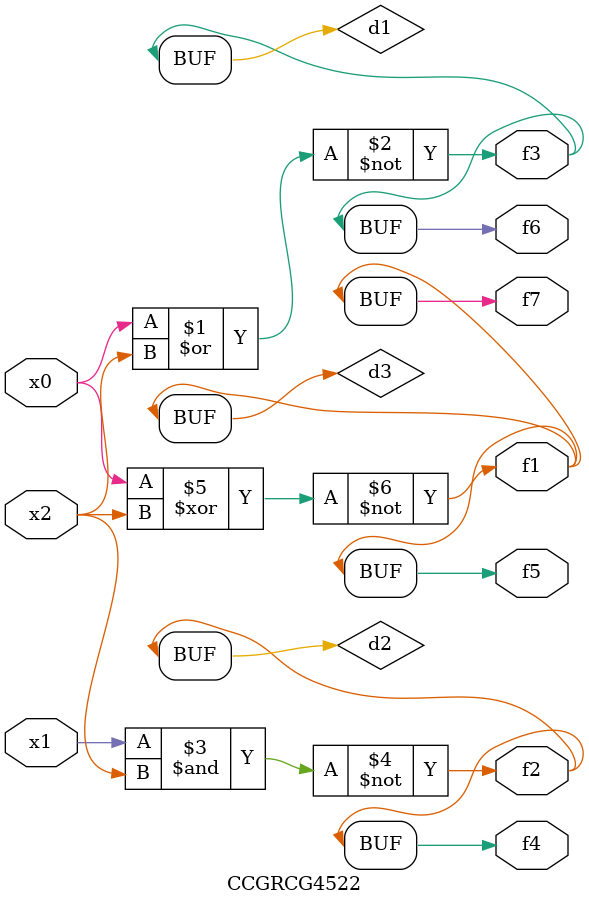
<source format=v>
module CCGRCG4522(
	input x0, x1, x2,
	output f1, f2, f3, f4, f5, f6, f7
);

	wire d1, d2, d3;

	nor (d1, x0, x2);
	nand (d2, x1, x2);
	xnor (d3, x0, x2);
	assign f1 = d3;
	assign f2 = d2;
	assign f3 = d1;
	assign f4 = d2;
	assign f5 = d3;
	assign f6 = d1;
	assign f7 = d3;
endmodule

</source>
